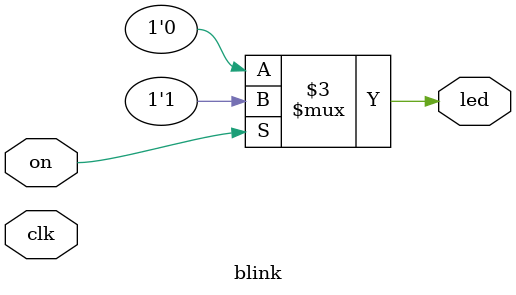
<source format=sv>
module blink (
    input clk,
    input on,
    output reg led
);
    
always begin
    if (on) begin
        led = 1;
    end else begin
        led = 0;
    end
end
    
endmodule

</source>
